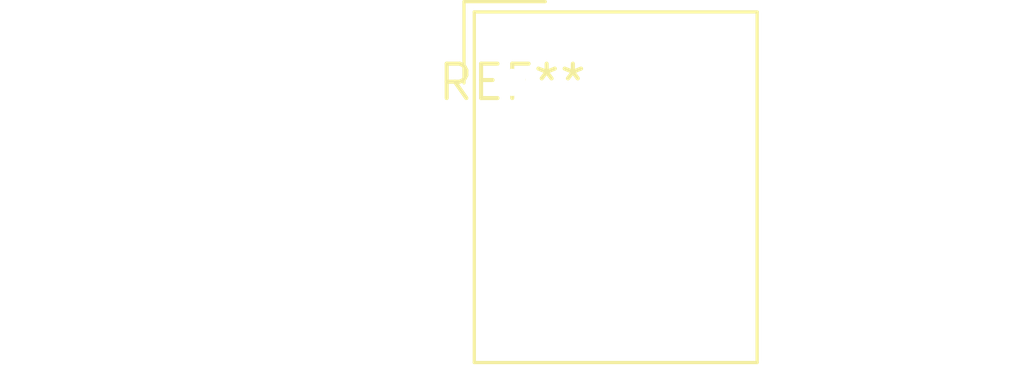
<source format=kicad_pcb>
(kicad_pcb (version 20240108) (generator pcbnew)
  (layers (0 "F.Cu" signal) (31 "B.Cu" signal) (34 "B.Paste" user) (35 "F.Paste" user) (36 "B.SilkS" user "B.Silkscreen") (37 "F.SilkS" user "F.Silkscreen") (38 "B.Mask" user) (39 "F.Mask" user) (44 "Edge.Cuts" user))
  (net 0 "")
  (footprint "Converter_DCDC_TRACO_TDU1-xxxx_THT" (layer "F.Cu") (at 0 0)
    (property "Reference" "REF**")
    (property "Value" "Converter_DCDC_TRACO_TDU1-xxxx_THT")
    (fp_line (start -1.78 -2.98) (end 1.22 -2.98) (layer "F.SilkS") (stroke (width 0.12)))
    (fp_line (start -1.78 0.02) (end -1.78 -2.98) (layer "F.SilkS") (stroke (width 0.12)))
    (fp_line (start -1.4 -2.6) (end -1.4 10.34) (layer "F.SilkS") (stroke (width 0.12)))
    (fp_line (start -1.4 -2.6) (end 9.04 -2.6) (layer "F.SilkS") (stroke (width 0.12)))
    (fp_line (start -1.4 10.34) (end 9.04 10.34) (layer "F.SilkS") (stroke (width 0.12)))
    (fp_line (start 9.04 -2.6) (end 9.04 10.34) (layer "F.SilkS") (stroke (width 0.12)))
    (pad "1" thru_hole rect (at 0 0) (size 1.5 1.5) (drill 1) (layers *.Cu *.Mask) (remove_unused_layers))
    (pad "4" thru_hole circle (at 0 7.62) (size 1.5 1.5) (drill 1) (layers *.Cu *.Mask) (remove_unused_layers))
    (pad "5" thru_hole circle (at 7.62 7.62) (size 1.5 1.5) (drill 1) (layers *.Cu *.Mask) (remove_unused_layers))
    (pad "7" thru_hole circle (at 7.62 2.54) (size 1.5 1.5) (drill 1) (layers *.Cu *.Mask) (remove_unused_layers))
  )
)
</source>
